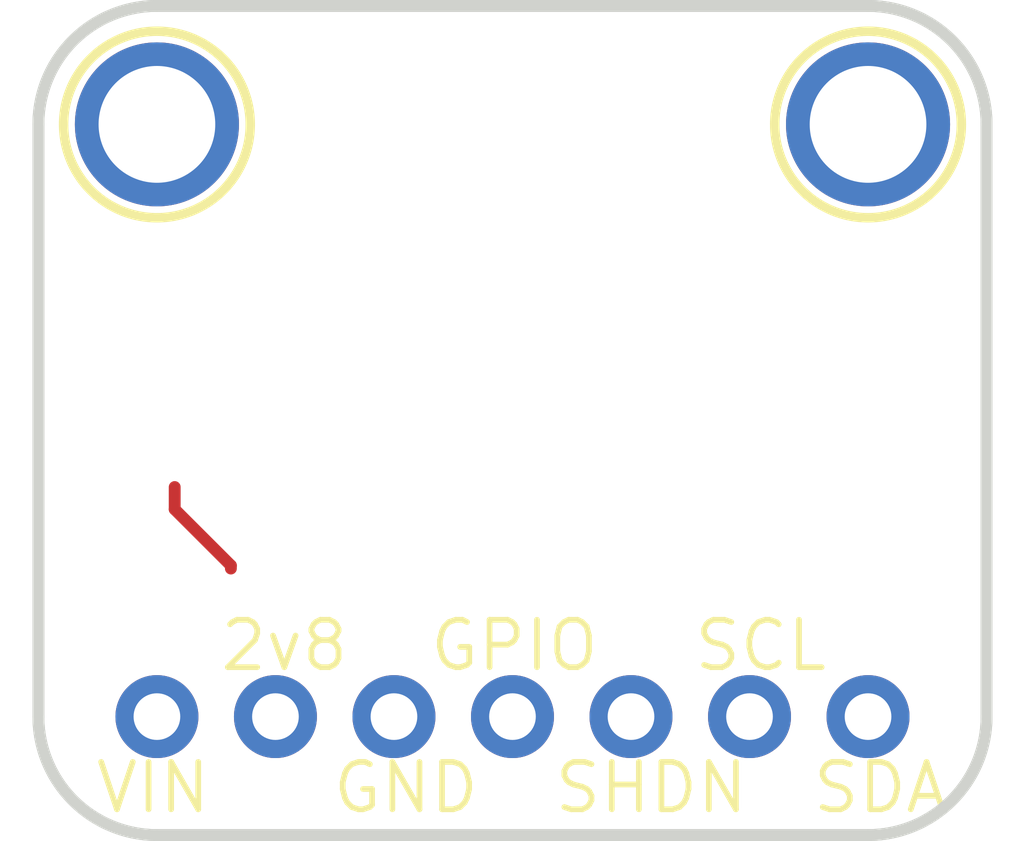
<source format=kicad_pcb>
(kicad_pcb (version 20171130) (host pcbnew "(5.1.5)-3") (page "A4") (layers (0 "F.Cu" signal) (31 "B.Cu" signal) (32 "B.Adhes" user) (33 "F.Adhes" user) (34 "B.Paste" user) (35 "F.Paste" user) (36 "B.SilkS" user) (37 "F.SilkS" user) (38 "B.Mask" user) (39 "F.Mask" user) (40 "Dwgs.User" user) (41 "Cmts.User" user) (42 "Eco1.User" user) (43 "Eco2.User" user) (44 "Edge.Cuts" user) (45 "Margin" user) (46 "B.CrtYd" user) (47 "F.CrtYd" user) (48 "B.Fab" user hide) (49 "F.Fab" user hide)) (net 0 "") (net 1 "GND") (net 2 "SDA") (net 3 "SCL") (net 4 "SHDN") (net 5 "GPIO_OUT") (net 6 "2.8V") (net 7 "VIN") (zone (net 1) (net_name "GND") (layer "B.Cu") (hatch edge 0.508) (connect_pads (clearance 0.254)) (polygon (pts (xy 0 17.78) (xy 0 0) (xy 20.32 0) (xy 20.32 17.78)))) (zone (net 1) (net_name "GND") (layer "F.Cu") (hatch edge 0.508) (connect_pads (clearance 0.254)) (polygon (pts (xy 0 17.78) (xy 0 0) (xy 20.32 0) (xy 20.32 17.78)))) (segment (start 2.921 10.317) (end 2.921 10.795) (width 0.254) (layer "F.Cu") (net 1)) (segment (start 2.921 10.795) (end 4.125 11.999) (width 0.254) (layer "F.Cu") (net 1)) (segment (start 4.125 11.999) (end 4.125 12.065) (width 0.254) (layer "F.Cu") (net 1)) (gr_line (start 20.32 2.54) (end 20.32 15.24) (width 0.254) (layer "Edge.Cuts")) (gr_line (start 2.54 0) (end 17.78 0) (width 0.254) (layer "Edge.Cuts")) (gr_line (start 20.32 2.54) (end 20.32 15.24) (width 0.254) (layer "Edge.Cuts")) (gr_line (start 17.78 17.78) (end 2.54 17.78) (width 0.254) (layer "Edge.Cuts")) (gr_line (start 0 15.24) (end 0 2.54) (width 0.254) (layer "Edge.Cuts")) (gr_line (start 17.78 17.78) (end 2.54 17.78) (width 0.254) (layer "Edge.Cuts")) (gr_line (start 0 15.24) (end 0 2.54) (width 0.254) (layer "Edge.Cuts")) (gr_line (start 2.54 0) (end 17.78 0) (width 0.254) (layer "Edge.Cuts")) (gr_text "GPIO" (at 8.331 13.716 0) (layer "F.SilkS") (effects (font (size 1.016 1.016) (thickness 0.122)) (justify left))) (gr_text "SHDN" (at 10.998 16.764 0) (layer "F.SilkS") (effects (font (size 1.016 1.016) (thickness 0.122)) (justify left))) (gr_text "SDA" (at 16.535 16.764 0) (layer "F.SilkS") (effects (font (size 1.016 1.016) (thickness 0.122)) (justify left))) (gr_text "SCL" (at 13.995 13.716 0) (layer "F.SilkS") (effects (font (size 1.016 1.016) (thickness 0.122)) (justify left))) (gr_text "GND" (at 6.248 16.764 0) (layer "F.SilkS") (effects (font (size 1.016 1.016) (thickness 0.122)) (justify left))) (gr_text "2v8" (at 3.835 13.716 0) (layer "F.SilkS") (effects (font (size 1.016 1.016) (thickness 0.122)) (justify left))) (gr_text "VIN" (at 1.168 16.764 0) (layer "F.SilkS") (effects (font (size 1.016 1.016) (thickness 0.122)) (justify left))) (module "easyeda:MOUNTINGHOLE_2.5_PLATED" (layer "F.Cu") (at 17.78 2.54) (fp_text reference "U$11" (at 0 -0.5 0) (layer "Cmts.User") hide (effects (font (size 1 1) (thickness 0.1)) (justify left))) (fp_text value "MOUNTINGHOLE2.5" (at 0 -0.5 0) (layer "Cmts.User") hide (effects (font (size 1 1) (thickness 0.1)) (justify left))) (fp_arc (start 0 0.002) (end 2 0.005) (angle 359.862) (width 0.203) (layer "F.SilkS")) (fp_arc (start 0 0.003) (end 1 0.005) (angle 359.694) (width 2.032) (layer "Cmts.User")) (fp_arc (start 0 0.003) (end 1 0.005) (angle 359.694) (width 2.032) (layer "Cmts.User")) (fp_arc (start 0 0.003) (end 1 0.005) (angle 359.694) (width 2.032) (layer "Cmts.User")) (fp_arc (start 0 0.003) (end 1 0.005) (angle 359.694) (width 2.032) (layer "Cmts.User")) (pad "P$1" thru_hole circle (at 0 0 0) (size 3.516 3.516) (layers "*.Cu" "*.Paste" "*.Mask") (drill oval 2.5 2.505)) (fp_text user gge4489 (at 0 0) (layer "Cmts.User") (effects (font (size 1 1) (thickness 0.15))))) (module "easyeda:MOUNTINGHOLE_2.5_PLATED" (layer "F.Cu") (at 2.54 2.54) (fp_text reference "U$12" (at 0 -0.5 0) (layer "Cmts.User") hide (effects (font (size 1 1) (thickness 0.1)) (justify left))) (fp_text value "MOUNTINGHOLE2.5" (at 0 -0.5 0) (layer "Cmts.User") hide (effects (font (size 1 1) (thickness 0.1)) (justify left))) (fp_arc (start 0 0.002) (end 2 0.005) (angle 359.862) (width 0.203) (layer "F.SilkS")) (fp_arc (start 0 0.003) (end 1 0.005) (angle 359.694) (width 2.032) (layer "Cmts.User")) (fp_arc (start 0 0.003) (end 1 0.005) (angle 359.694) (width 2.032) (layer "Cmts.User")) (fp_arc (start 0 0.003) (end 1 0.005) (angle 359.694) (width 2.032) (layer "Cmts.User")) (fp_arc (start 0 0.003) (end 1 0.005) (angle 359.694) (width 2.032) (layer "Cmts.User")) (pad "P$1" thru_hole circle (at 0 0 0) (size 3.516 3.516) (layers "*.Cu" "*.Paste" "*.Mask") (drill oval 2.5 2.505)) (fp_text user gge4504 (at 0 0) (layer "Cmts.User") (effects (font (size 1 1) (thickness 0.15))))) (module "easyeda:1X07_ROUND_70" (layer "F.Cu") (at 10.16 15.24 180) (fp_text reference "JP1" (at -6.772 -2.235 0) (layer "Cmts.User") hide (effects (font (size 0.813 0.813) (thickness 0.146)) (justify left))) (fp_line (start -8.89 -0.635) (end -8.89 0.635) (width 0.203) (layer "Cmts.User")) (pad 7 thru_hole circle (at -7.62 0 -90) (size 1.778 1.778) (layers "*.Cu" "*.Paste" "*.Mask") (drill oval 1 1) (net 2 "SDA")) (pad 6 thru_hole circle (at -5.08 0 -90) (size 1.778 1.778) (layers "*.Cu" "*.Paste" "*.Mask") (drill oval 1 1) (net 3 "SCL")) (pad 5 thru_hole circle (at -2.54 0 -90) (size 1.778 1.778) (layers "*.Cu" "*.Paste" "*.Mask") (drill oval 1 1) (net 4 "SHDN")) (pad 4 thru_hole circle (at 0 0 -90) (size 1.778 1.778) (layers "*.Cu" "*.Paste" "*.Mask") (drill oval 1 1) (net 5 "GPIO_OUT")) (pad 3 thru_hole circle (at 2.54 0 -90) (size 1.778 1.778) (layers "*.Cu" "*.Paste" "*.Mask") (drill oval 1 1) (net 1 "GND")) (pad 2 thru_hole circle (at 5.08 0 -90) (size 1.778 1.778) (layers "*.Cu" "*.Paste" "*.Mask") (drill oval 1 1) (net 6 "2.8V")) (pad 1 thru_hole circle (at 7.62 0 -90) (size 1.778 1.778) (layers "*.Cu" "*.Paste" "*.Mask") (drill oval 1 1) (net 7 "VIN")) (fp_poly (pts (xy 4.826 0.254) (xy 5.334 0.254) (xy 5.334 -0.254) (xy 4.826 -0.254)) (layer "Cmts.User") (width 0)) (fp_poly (pts (xy 2.286 0.254) (xy 2.794 0.254) (xy 2.794 -0.254) (xy 2.286 -0.254)) (layer "Cmts.User") (width 0)) (fp_poly (pts (xy -0.254 0.254) (xy 0.254 0.254) (xy 0.254 -0.254) (xy -0.254 -0.254)) (layer "Cmts.User") (width 0)) (fp_poly (pts (xy -2.794 0.254) (xy -2.286 0.254) (xy -2.286 -0.254) (xy -2.794 -0.254)) (layer "Cmts.User") (width 0)) (fp_poly (pts (xy -5.334 0.254) (xy -4.826 0.254) (xy -4.826 -0.254) (xy -5.334 -0.254)) (layer "Cmts.User") (width 0)) (fp_poly (pts (xy -7.874 0.254) (xy -7.366 0.254) (xy -7.366 -0.254) (xy -7.874 -0.254)) (layer "Cmts.User") (width 0)) (fp_poly (pts (xy 7.366 0.254) (xy 7.874 0.254) (xy 7.874 -0.254) (xy 7.366 -0.254)) (layer "Cmts.User") (width 0)) (fp_text value "_" (at -6.772 -0.203 0) (layer "F.Fab") hide (effects (font (size 0.813 0.813) (thickness 0.146)) (justify left))) (fp_text user gge4519 (at 0 0) (layer "Cmts.User") (effects (font (size 1 1) (thickness 0.15))))) (gr_arc (start 17.78 2.54) (end 17.78 0) (angle 90) (width 0.254) (layer "Edge.Cuts")) (gr_arc (start 17.78 15.24) (end 20.32 15.24) (angle 90) (width 0.254) (layer "Edge.Cuts")) (gr_arc (start 2.54 15.24) (end 2.54 17.78) (angle 90) (width 0.254) (layer "Edge.Cuts")) (gr_arc (start 2.54 2.54) (end 0 2.54) (angle 90) (width 0.254) (layer "Edge.Cuts")) (gr_arc (start 2.54 15.24) (end 2.54 17.78) (angle 90) (width 0.254) (layer "Edge.Cuts")) (gr_arc (start 2.54 2.54) (end 0 2.54) (angle 90) (width 0.254) (layer "Edge.Cuts")) (gr_arc (start 17.78 2.54) (end 17.78 0) (angle 90) (width 0.254) (layer "Edge.Cuts")) (gr_arc (start 17.78 15.24) (end 20.32 15.24) (angle 90) (width 0.254) (layer "Edge.Cuts")))
</source>
